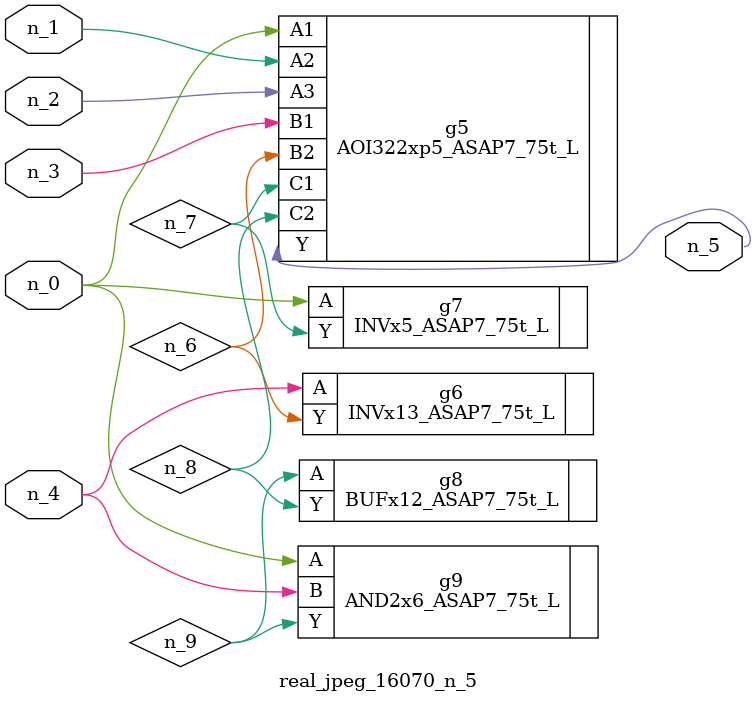
<source format=v>
module real_jpeg_16070_n_5 (n_4, n_0, n_1, n_2, n_3, n_5);

input n_4;
input n_0;
input n_1;
input n_2;
input n_3;

output n_5;

wire n_8;
wire n_6;
wire n_7;
wire n_9;

AOI322xp5_ASAP7_75t_L g5 ( 
.A1(n_0),
.A2(n_1),
.A3(n_2),
.B1(n_3),
.B2(n_6),
.C1(n_7),
.C2(n_8),
.Y(n_5)
);

INVx5_ASAP7_75t_L g7 ( 
.A(n_0),
.Y(n_7)
);

AND2x6_ASAP7_75t_L g9 ( 
.A(n_0),
.B(n_4),
.Y(n_9)
);

INVx13_ASAP7_75t_L g6 ( 
.A(n_4),
.Y(n_6)
);

BUFx12_ASAP7_75t_L g8 ( 
.A(n_9),
.Y(n_8)
);


endmodule
</source>
